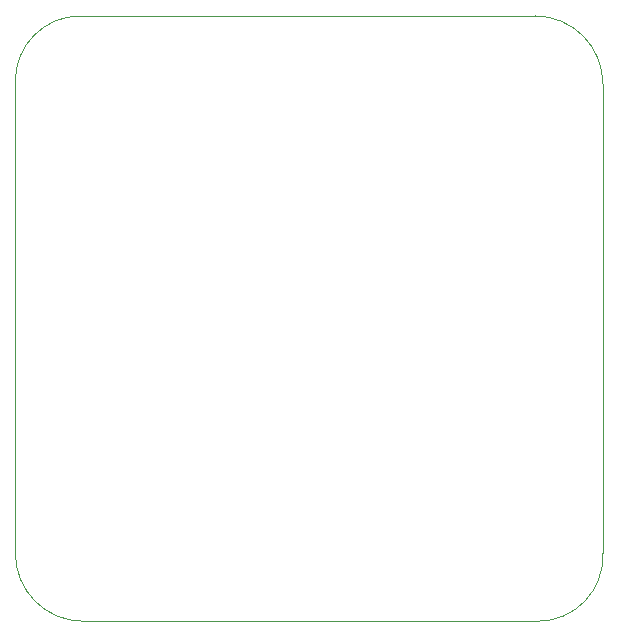
<source format=gbr>
%TF.GenerationSoftware,KiCad,Pcbnew,7.0.7*%
%TF.CreationDate,2023-08-28T01:03:24+03:00*%
%TF.ProjectId,STM32F405_Lesson_1,53544d33-3246-4343-9035-5f4c6573736f,rev?*%
%TF.SameCoordinates,Original*%
%TF.FileFunction,Profile,NP*%
%FSLAX46Y46*%
G04 Gerber Fmt 4.6, Leading zero omitted, Abs format (unit mm)*
G04 Created by KiCad (PCBNEW 7.0.7) date 2023-08-28 01:03:24*
%MOMM*%
%LPD*%
G01*
G04 APERTURE LIST*
%TA.AperFunction,Profile*%
%ADD10C,0.100000*%
%TD*%
G04 APERTURE END LIST*
D10*
X66000000Y-40750000D02*
X104499742Y-40755673D01*
X60500000Y-86250000D02*
G75*
G03*
X66250000Y-92000000I5750000J0D01*
G01*
X104750000Y-92000000D02*
X66250000Y-92000000D01*
X104750000Y-92000000D02*
G75*
G03*
X110244327Y-86250258I0J5500000D01*
G01*
X60500000Y-86250000D02*
X60500000Y-46250000D01*
X66000000Y-40750000D02*
G75*
G03*
X60500000Y-46250000I0J-5500000D01*
G01*
X110250000Y-46500000D02*
G75*
G03*
X104499742Y-40750000I-5750000J0D01*
G01*
X110250000Y-46500000D02*
X110250000Y-86250000D01*
M02*

</source>
